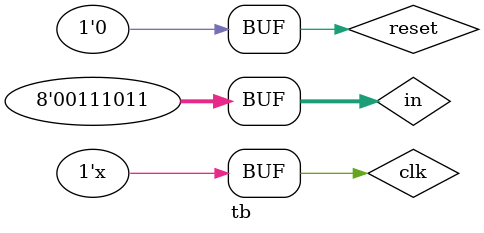
<source format=v>
`timescale 1ns / 1ps


module tb;

	// Inputs
	reg clk;
	reg [7:0] in;
	reg reset;

	// Outputs
	wire out;

	// Instantiate the Unit Under Test (UUT)
	intcheck uut (
		.clk(clk), 
		.in(in), 
		.reset(reset), 
		.out(out)
	);

	initial begin
		// Initialize Inputs
		clk = 0;
		reset = 0;
		in = "i";
		#10 in = "n";
		#10 in = "t";
		#10 in = " ";
		#10 in = "i";
		#10 in = ",";
		#10 in = "n";
		#10 in = "t";
		#10 in = ",";
		#10 in = " ";
		#10 in = "A";
		#10 in = ";";
		#10 in = ";";
		#10 in = "i";
		#10 in = "n";
		#10 in = "t";
		#10 in = " ";
		#10 in = "b";
		#10 in = "_";
		#10 in = "1";
		#10 in = ",";
		#10 in = "c";
		#10 in = ";";
	end
	always #5 clk = ~clk;
     //int  A;int b_1,c; int i,in,intd;int e[2];;int f,int,g;i 
endmodule


</source>
